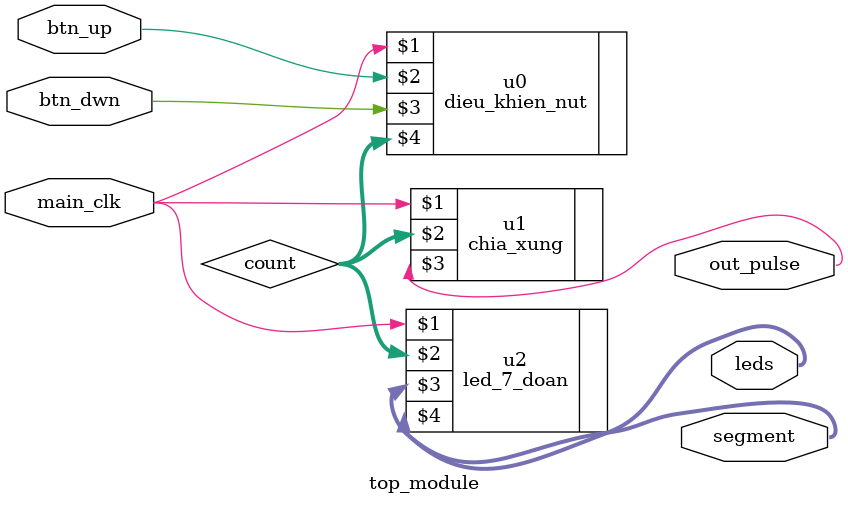
<source format=v>
module top_module(
    input main_clk,
    input btn_up, btn_dwn,
    output [6:0] leds,
    output [1:0] segment,
    output out_pulse
);
wire [6:0] count; 

dieu_khien_nut u0 (main_clk, btn_up, btn_dwn, count);
chia_xung u1 (main_clk, count, out_pulse);
led_7_doan u2 (main_clk, count, leds, segment);

endmodule
</source>
